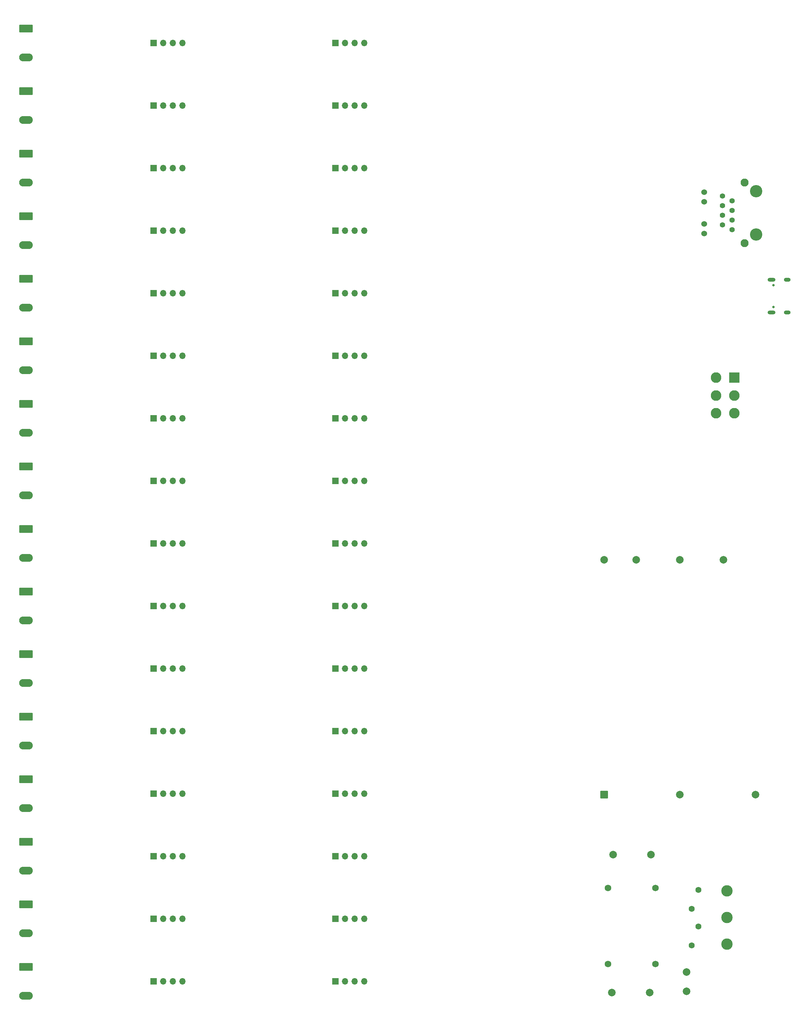
<source format=gbr>
%TF.GenerationSoftware,KiCad,Pcbnew,8.0.8*%
%TF.CreationDate,2025-02-12T13:58:17+01:00*%
%TF.ProjectId,diffprobe-espnow,64696666-7072-46f6-9265-2d6573706e6f,rev?*%
%TF.SameCoordinates,Original*%
%TF.FileFunction,Soldermask,Bot*%
%TF.FilePolarity,Negative*%
%FSLAX46Y46*%
G04 Gerber Fmt 4.6, Leading zero omitted, Abs format (unit mm)*
G04 Created by KiCad (PCBNEW 8.0.8) date 2025-02-12 13:58:17*
%MOMM*%
%LPD*%
G01*
G04 APERTURE LIST*
G04 Aperture macros list*
%AMRoundRect*
0 Rectangle with rounded corners*
0 $1 Rounding radius*
0 $2 $3 $4 $5 $6 $7 $8 $9 X,Y pos of 4 corners*
0 Add a 4 corners polygon primitive as box body*
4,1,4,$2,$3,$4,$5,$6,$7,$8,$9,$2,$3,0*
0 Add four circle primitives for the rounded corners*
1,1,$1+$1,$2,$3*
1,1,$1+$1,$4,$5*
1,1,$1+$1,$6,$7*
1,1,$1+$1,$8,$9*
0 Add four rect primitives between the rounded corners*
20,1,$1+$1,$2,$3,$4,$5,0*
20,1,$1+$1,$4,$5,$6,$7,0*
20,1,$1+$1,$6,$7,$8,$9,0*
20,1,$1+$1,$8,$9,$2,$3,0*%
G04 Aperture macros list end*
%ADD10C,3.251200*%
%ADD11C,1.397000*%
%ADD12C,1.524000*%
%ADD13C,2.108200*%
%ADD14R,1.700000X1.700000*%
%ADD15O,1.700000X1.700000*%
%ADD16RoundRect,0.250001X-1.549999X0.799999X-1.549999X-0.799999X1.549999X-0.799999X1.549999X0.799999X0*%
%ADD17O,3.600000X2.100000*%
%ADD18C,0.650000*%
%ADD19O,2.100000X1.000000*%
%ADD20O,1.800000X1.000000*%
%ADD21R,2.800000X2.800000*%
%ADD22C,2.800000*%
%ADD23C,2.000000*%
%ADD24C,3.000000*%
%ADD25C,1.750000*%
%ADD26C,1.600000*%
%ADD27RoundRect,0.102000X0.900000X-0.900000X0.900000X0.900000X-0.900000X0.900000X-0.900000X-0.900000X0*%
%ADD28C,2.004000*%
G04 APERTURE END LIST*
D10*
%TO.C,J12*%
X277837200Y-127095450D03*
X277837200Y-115665450D03*
D11*
X268947200Y-116935450D03*
X271487200Y-118205450D03*
X268947200Y-119475450D03*
X271487200Y-120745450D03*
X268947200Y-122015450D03*
X271487200Y-123285450D03*
X268947200Y-124555450D03*
X271487200Y-125825450D03*
D12*
X264121200Y-115919450D03*
X264121200Y-118459450D03*
X264121200Y-124301450D03*
X264121200Y-126841450D03*
D13*
X274789200Y-129381450D03*
X274789200Y-113379450D03*
%TD*%
D14*
%TO.C,J124*%
X166700000Y-258140000D03*
D15*
X169240000Y-258140000D03*
X171780000Y-258140000D03*
X174320000Y-258140000D03*
%TD*%
D16*
%TO.C,J509*%
X85067500Y-204800000D03*
D17*
X85067500Y-212420000D03*
%TD*%
D14*
%TO.C,J116*%
X166700000Y-192100000D03*
D15*
X169240000Y-192100000D03*
X171780000Y-192100000D03*
X174320000Y-192100000D03*
%TD*%
D16*
%TO.C,J504*%
X85067500Y-122250000D03*
D17*
X85067500Y-129870000D03*
%TD*%
D14*
%TO.C,J132*%
X166700000Y-324180000D03*
D15*
X169240000Y-324180000D03*
X171780000Y-324180000D03*
X174320000Y-324180000D03*
%TD*%
D14*
%TO.C,J131*%
X118700000Y-324180000D03*
D15*
X121240000Y-324180000D03*
X123780000Y-324180000D03*
X126320000Y-324180000D03*
%TD*%
D14*
%TO.C,J117*%
X118700000Y-208610000D03*
D15*
X121240000Y-208610000D03*
X123780000Y-208610000D03*
X126320000Y-208610000D03*
%TD*%
D14*
%TO.C,J112*%
X166700000Y-159080000D03*
D15*
X169240000Y-159080000D03*
X171780000Y-159080000D03*
X174320000Y-159080000D03*
%TD*%
D14*
%TO.C,J122*%
X166700000Y-241630000D03*
D15*
X169240000Y-241630000D03*
X171780000Y-241630000D03*
X174320000Y-241630000D03*
%TD*%
D14*
%TO.C,J105*%
X118700000Y-109550000D03*
D15*
X121240000Y-109550000D03*
X123780000Y-109550000D03*
X126320000Y-109550000D03*
%TD*%
D16*
%TO.C,J503*%
X85067500Y-105740000D03*
D17*
X85067500Y-113360000D03*
%TD*%
D14*
%TO.C,J129*%
X118700000Y-307670000D03*
D15*
X121240000Y-307670000D03*
X123780000Y-307670000D03*
X126320000Y-307670000D03*
%TD*%
D18*
%TO.C,J11*%
X282378000Y-146271000D03*
X282378000Y-140491000D03*
D19*
X281878000Y-147701000D03*
D20*
X286058000Y-147701000D03*
D19*
X281878000Y-139061000D03*
D20*
X286058000Y-139061000D03*
%TD*%
D21*
%TO.C,SW103*%
X272043000Y-164886000D03*
D22*
X272043000Y-169586000D03*
X272043000Y-174286000D03*
X267213000Y-164886000D03*
X267213000Y-169586000D03*
X267213000Y-174286000D03*
%TD*%
D23*
%TO.C,C302*%
X240083000Y-290806500D03*
X250083000Y-290806500D03*
%TD*%
D14*
%TO.C,J118*%
X166700000Y-208610000D03*
D15*
X169240000Y-208610000D03*
X171780000Y-208610000D03*
X174320000Y-208610000D03*
%TD*%
D16*
%TO.C,J505*%
X85067500Y-138760000D03*
D17*
X85067500Y-146380000D03*
%TD*%
D16*
%TO.C,J510*%
X85067500Y-221310000D03*
D17*
X85067500Y-228930000D03*
%TD*%
D14*
%TO.C,J108*%
X166700000Y-126060000D03*
D15*
X169240000Y-126060000D03*
X171780000Y-126060000D03*
X174320000Y-126060000D03*
%TD*%
D16*
%TO.C,J507*%
X85067500Y-171780000D03*
D17*
X85067500Y-179400000D03*
%TD*%
D24*
%TO.C,J54*%
X270083000Y-314366500D03*
%TD*%
D14*
%TO.C,J123*%
X118700000Y-258140000D03*
D15*
X121240000Y-258140000D03*
X123780000Y-258140000D03*
X126320000Y-258140000D03*
%TD*%
D16*
%TO.C,J512*%
X85067500Y-254330000D03*
D17*
X85067500Y-261950000D03*
%TD*%
D23*
%TO.C,F1*%
X259483000Y-321766500D03*
X259483000Y-326846500D03*
%TD*%
D14*
%TO.C,J128*%
X166700000Y-291160000D03*
D15*
X169240000Y-291160000D03*
X171780000Y-291160000D03*
X174320000Y-291160000D03*
%TD*%
D16*
%TO.C,J508*%
X85067500Y-188290000D03*
D17*
X85067500Y-195910000D03*
%TD*%
D14*
%TO.C,J106*%
X166700000Y-109550000D03*
D15*
X169240000Y-109550000D03*
X171780000Y-109550000D03*
X174320000Y-109550000D03*
%TD*%
D14*
%TO.C,J103*%
X118700000Y-93040000D03*
D15*
X121240000Y-93040000D03*
X123780000Y-93040000D03*
X126320000Y-93040000D03*
%TD*%
D23*
%TO.C,C301*%
X239733000Y-327156500D03*
X249733000Y-327156500D03*
%TD*%
D14*
%TO.C,J113*%
X118700000Y-175590000D03*
D15*
X121240000Y-175590000D03*
X123780000Y-175590000D03*
X126320000Y-175590000D03*
%TD*%
D25*
%TO.C,FL1*%
X251233000Y-299606500D03*
X251233000Y-319606500D03*
X238733000Y-299606500D03*
X238733000Y-319606500D03*
%TD*%
D14*
%TO.C,J119*%
X118700000Y-225120000D03*
D15*
X121240000Y-225120000D03*
X123780000Y-225120000D03*
X126320000Y-225120000D03*
%TD*%
D14*
%TO.C,J107*%
X118700000Y-126060000D03*
D15*
X121240000Y-126060000D03*
X123780000Y-126060000D03*
X126320000Y-126060000D03*
%TD*%
D14*
%TO.C,J114*%
X166700000Y-175590000D03*
D15*
X169240000Y-175590000D03*
X171780000Y-175590000D03*
X174320000Y-175590000D03*
%TD*%
D26*
%TO.C,RV2*%
X262583000Y-300106500D03*
X260783000Y-305106500D03*
%TD*%
D14*
%TO.C,J130*%
X166700000Y-307670000D03*
D15*
X169240000Y-307670000D03*
X171780000Y-307670000D03*
X174320000Y-307670000D03*
%TD*%
D14*
%TO.C,J111*%
X118700000Y-159080000D03*
D15*
X121240000Y-159080000D03*
X123780000Y-159080000D03*
X126320000Y-159080000D03*
%TD*%
D24*
%TO.C,J56*%
X270083000Y-307366500D03*
%TD*%
D16*
%TO.C,J506*%
X85067500Y-155270000D03*
D17*
X85067500Y-162890000D03*
%TD*%
D27*
%TO.C,PS1*%
X237683000Y-274955000D03*
D28*
X257683000Y-274955000D03*
X277683000Y-274955000D03*
X237683000Y-212955000D03*
X246183000Y-212955000D03*
X257683000Y-212955000D03*
X269183000Y-212955000D03*
%TD*%
D16*
%TO.C,J516*%
X85067500Y-320370000D03*
D17*
X85067500Y-327990000D03*
%TD*%
D14*
%TO.C,J110*%
X166700000Y-142570000D03*
D15*
X169240000Y-142570000D03*
X171780000Y-142570000D03*
X174320000Y-142570000D03*
%TD*%
D24*
%TO.C,J55*%
X270083000Y-300366500D03*
%TD*%
D14*
%TO.C,J101*%
X118700000Y-76530000D03*
D15*
X121240000Y-76530000D03*
X123780000Y-76530000D03*
X126320000Y-76530000D03*
%TD*%
D14*
%TO.C,J121*%
X118700000Y-241630000D03*
D15*
X121240000Y-241630000D03*
X123780000Y-241630000D03*
X126320000Y-241630000D03*
%TD*%
D14*
%TO.C,J109*%
X118700000Y-142570000D03*
D15*
X121240000Y-142570000D03*
X123780000Y-142570000D03*
X126320000Y-142570000D03*
%TD*%
D14*
%TO.C,J115*%
X118700000Y-192100000D03*
D15*
X121240000Y-192100000D03*
X123780000Y-192100000D03*
X126320000Y-192100000D03*
%TD*%
D14*
%TO.C,J120*%
X166700000Y-225120000D03*
D15*
X169240000Y-225120000D03*
X171780000Y-225120000D03*
X174320000Y-225120000D03*
%TD*%
D14*
%TO.C,J102*%
X166700000Y-76530000D03*
D15*
X169240000Y-76530000D03*
X171780000Y-76530000D03*
X174320000Y-76530000D03*
%TD*%
D16*
%TO.C,J513*%
X85067500Y-270840000D03*
D17*
X85067500Y-278460000D03*
%TD*%
D16*
%TO.C,J502*%
X85067500Y-89230000D03*
D17*
X85067500Y-96850000D03*
%TD*%
D14*
%TO.C,J104*%
X166700000Y-93040000D03*
D15*
X169240000Y-93040000D03*
X171780000Y-93040000D03*
X174320000Y-93040000D03*
%TD*%
D16*
%TO.C,J514*%
X85067500Y-287350000D03*
D17*
X85067500Y-294970000D03*
%TD*%
D14*
%TO.C,J127*%
X118700000Y-291160000D03*
D15*
X121240000Y-291160000D03*
X123780000Y-291160000D03*
X126320000Y-291160000D03*
%TD*%
D16*
%TO.C,J501*%
X85067500Y-72720000D03*
D17*
X85067500Y-80340000D03*
%TD*%
D26*
%TO.C,RV1*%
X260783000Y-314706500D03*
X262583000Y-309706500D03*
%TD*%
D14*
%TO.C,J126*%
X166700000Y-274650000D03*
D15*
X169240000Y-274650000D03*
X171780000Y-274650000D03*
X174320000Y-274650000D03*
%TD*%
D16*
%TO.C,J515*%
X85067500Y-303860000D03*
D17*
X85067500Y-311480000D03*
%TD*%
D14*
%TO.C,J125*%
X118700000Y-274650000D03*
D15*
X121240000Y-274650000D03*
X123780000Y-274650000D03*
X126320000Y-274650000D03*
%TD*%
D16*
%TO.C,J511*%
X85067500Y-237820000D03*
D17*
X85067500Y-245440000D03*
%TD*%
M02*

</source>
